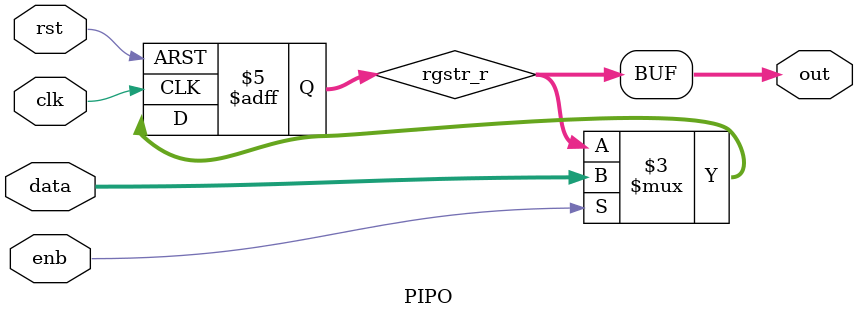
<source format=sv>
module PIPO #(parameter DW = 8)
(
input 			 clk,
input 			 rst,
input 			 enb,
input	 [DW-1:0] data,
output [DW-1:0] out
);

logic [DW-1:0] rgstr_r;

always_ff@(posedge clk or negedge rst) begin: register
	
	if(!rst)
        rgstr_r  <= '0;
    else if (enb)
        rgstr_r  <= data;

end: register

assign out = rgstr_r;

endmodule

</source>
